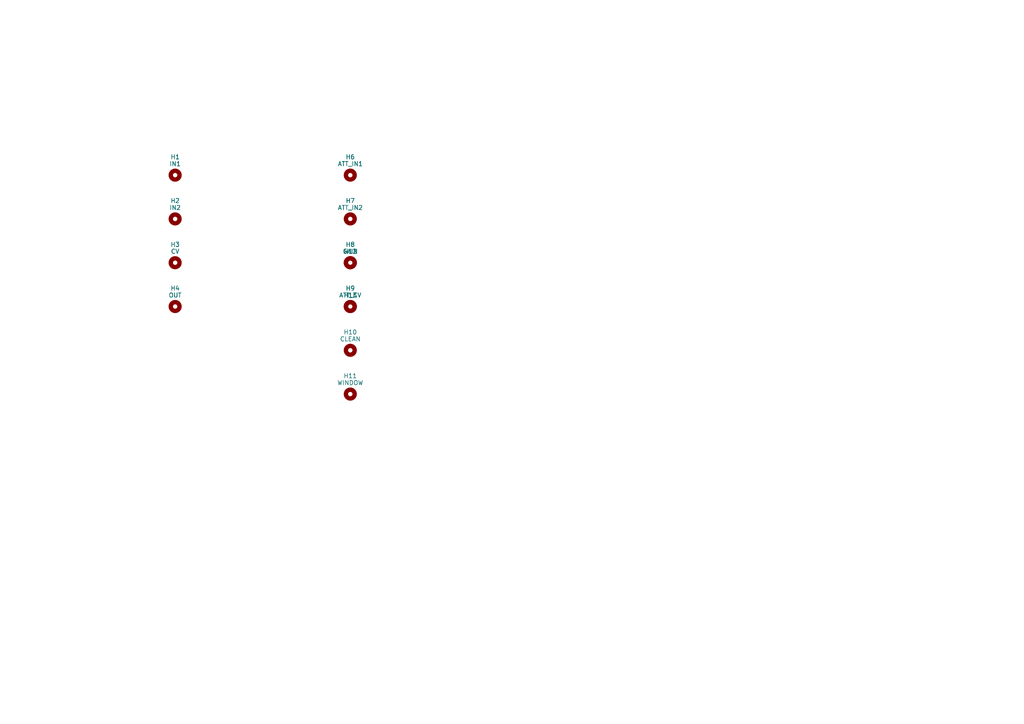
<source format=kicad_sch>
(kicad_sch (version 20211123) (generator "elektron")
  (paper "A4")
  (title_block (title "pentode vca") (date "02-02-2023") (rev "1") (comment 1 "main circuit") (comment 2 "pentode tube vca") (comment 4 "License CC BY 4.0 - Attribution 4.0 International"))
  (lib_symbols
    (symbol "Mechanical:MountingHole" (pin_names (offset 1.016)) (exclude_from_sim yes) (in_bom no)
      (property "Reference" "H" (at 0 5.08 0))
      (property "Value" "MountingHole" (at 0 3.175 0))
      (symbol "MountingHole_0_1"
        (circle (center 0 0) (radius 1.27) (stroke (width 1.27)))
      )
    )
  )
  (symbol (lib_id "Mechanical:MountingHole") (at 50.8 50.8 0) (unit 1) (exclude_from_sim yes) (in_bom no)
    (property "Reference" "H1" (at 50.8 45.53 0))
    (property "Value" "IN1" (at 50.8 47.53 0))
    (property "Footprint" elektrophon:panel_jack (effects (hide yes) hide))
    (property "Description" "Mounting Hole without connection" (effects (hide yes)))
    (property "ki_keywords" "mounting hole" (effects (hide yes)))
    (property "ki_fp_filters" "MountingHole*" (effects (hide yes)))
  )
  (symbol (lib_id "Mechanical:MountingHole") (at 50.8 63.5 0) (unit 1) (exclude_from_sim yes) (in_bom no)
    (property "Reference" "H2" (at 50.8 58.23 0))
    (property "Value" "IN2" (at 50.8 60.23 0))
    (property "Footprint" elektrophon:panel_jack (effects (hide yes) hide))
    (property "Description" "Mounting Hole without connection" (effects (hide yes)))
    (property "ki_keywords" "mounting hole" (effects (hide yes)))
    (property "ki_fp_filters" "MountingHole*" (effects (hide yes)))
  )
  (symbol (lib_id "Mechanical:MountingHole") (at 50.8 76.2 0) (unit 1) (exclude_from_sim yes) (in_bom no)
    (property "Reference" "H3" (at 50.8 70.93 0))
    (property "Value" "CV" (at 50.8 72.93 0))
    (property "Footprint" elektrophon:panel_jack (effects (hide yes) hide))
    (property "Description" "Mounting Hole without connection" (effects (hide yes)))
    (property "ki_keywords" "mounting hole" (effects (hide yes)))
    (property "ki_fp_filters" "MountingHole*" (effects (hide yes)))
  )
  (symbol (lib_id "Mechanical:MountingHole") (at 50.8 88.9 0) (unit 1) (exclude_from_sim yes) (in_bom no)
    (property "Reference" "H4" (at 50.8 83.63 0))
    (property "Value" "OUT" (at 50.8 85.63 0))
    (property "Footprint" elektrophon:panel_jack (effects (hide yes) hide))
    (property "Description" "Mounting Hole without connection" (effects (hide yes)))
    (property "ki_keywords" "mounting hole" (effects (hide yes)))
    (property "ki_fp_filters" "MountingHole*" (effects (hide yes)))
  )
  (symbol (lib_id "Mechanical:MountingHole") (at 101.6 50.8 0) (unit 1) (exclude_from_sim yes) (in_bom no)
    (property "Reference" "H6" (at 101.6 45.53 0))
    (property "Value" "ATT_IN1" (at 101.6 47.53 0))
    (property "Footprint" elektrophon:panel_potentiometer (effects (hide yes) hide))
    (property "Description" "Mounting Hole without connection" (effects (hide yes)))
    (property "ki_keywords" "mounting hole" (effects (hide yes)))
    (property "ki_fp_filters" "MountingHole*" (effects (hide yes)))
  )
  (symbol (lib_id "Mechanical:MountingHole") (at 101.6 63.5 0) (unit 1) (exclude_from_sim yes) (in_bom no)
    (property "Reference" "H7" (at 101.6 58.23 0))
    (property "Value" "ATT_IN2" (at 101.6 60.23 0))
    (property "Footprint" elektrophon:panel_potentiometer (effects (hide yes) hide))
    (property "Description" "Mounting Hole without connection" (effects (hide yes)))
    (property "ki_keywords" "mounting hole" (effects (hide yes)))
    (property "ki_fp_filters" "MountingHole*" (effects (hide yes)))
  )
  (symbol (lib_id "Mechanical:MountingHole") (at 101.6 76.2 0) (unit 1) (exclude_from_sim yes) (in_bom no)
    (property "Reference" "H8" (at 101.6 70.93 0))
    (property "Value" "GAIN" (at 101.6 72.93 0))
    (property "Footprint" elektrophon:panel_potentiometer (effects (hide yes) hide))
    (property "Description" "Mounting Hole without connection" (effects (hide yes)))
    (property "ki_keywords" "mounting hole" (effects (hide yes)))
    (property "ki_fp_filters" "MountingHole*" (effects (hide yes)))
  )
  (symbol (lib_id "Mechanical:MountingHole") (at 101.6 88.9 0) (unit 1) (exclude_from_sim yes) (in_bom no)
    (property "Reference" "H9" (at 101.6 83.63 0))
    (property "Value" "ATT_CV" (at 101.6 85.63 0))
    (property "Footprint" elektrophon:panel_potentiometer (effects (hide yes) hide))
    (property "Description" "Mounting Hole without connection" (effects (hide yes)))
    (property "ki_keywords" "mounting hole" (effects (hide yes)))
    (property "ki_fp_filters" "MountingHole*" (effects (hide yes)))
  )
  (symbol (lib_id "Mechanical:MountingHole") (at 101.6 101.6 0) (unit 1) (exclude_from_sim yes) (in_bom no)
    (property "Reference" "H10" (at 101.6 96.33 0))
    (property "Value" "CLEAN" (at 101.6 98.33 0))
    (property "Footprint" elektrophon:panel_switch (effects (hide yes) hide))
    (property "Description" "Mounting Hole without connection" (effects (hide yes)))
    (property "ki_keywords" "mounting hole" (effects (hide yes)))
    (property "ki_fp_filters" "MountingHole*" (effects (hide yes)))
  )
  (symbol (lib_id "Mechanical:MountingHole") (at 101.6 114.3 0) (unit 1) (exclude_from_sim yes) (in_bom no)
    (property "Reference" "H11" (at 101.6 109.03 0))
    (property "Value" "WINDOW" (at 101.6 111.03 0))
    (property "Footprint" elektrophon:1J24B_mounting_hole (effects (hide yes) hide))
    (property "Description" "Mounting Hole without connection" (effects (hide yes)))
    (property "ki_keywords" "mounting hole" (effects (hide yes)))
    (property "ki_fp_filters" "MountingHole*" (effects (hide yes)))
  )
  (symbol (lib_id "Mechanical:MountingHole") (at 101.6 76.2 0) (unit 1) (exclude_from_sim yes) (in_bom no)
    (property "Reference" "H12" (at 101.6 72.93 0))
    (property "Footprint" elektrophon:MountingHole_Panel_3.2mm_M3 (effects (hide yes) hide))
    (property "Description" "Mounting Hole without connection" (effects (hide yes)))
    (property "ki_keywords" "mounting hole" (effects (hide yes)))
    (property "ki_fp_filters" "MountingHole*" (effects (hide yes)))
  )
  (symbol (lib_id "Mechanical:MountingHole") (at 101.6 88.9 0) (unit 1) (exclude_from_sim yes) (in_bom no)
    (property "Reference" "H13" (at 101.6 85.63 0))
    (property "Footprint" elektrophon:MountingHole_Panel_3.2mm_M3 (effects (hide yes) hide))
    (property "Description" "Mounting Hole without connection" (effects (hide yes)))
    (property "ki_keywords" "mounting hole" (effects (hide yes)))
    (property "ki_fp_filters" "MountingHole*" (effects (hide yes)))
  )
)
</source>
